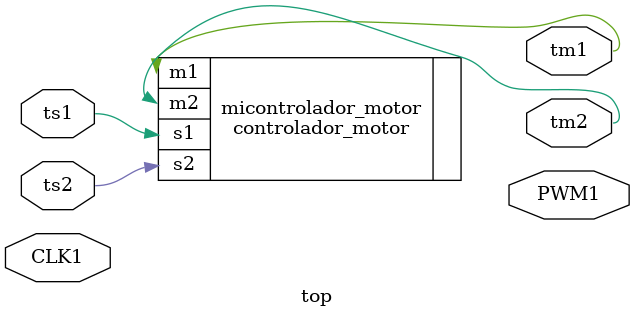
<source format=v>
`include "./controlador_motor.v"
`include "./pwm.v"
module top
(
  input wire ts1,
  input wire ts2,
  input wire CLK1,
  output wire tm1,
  output wire tm2,
  output wire PWM1
  
);
controlador_motor micontrolador_motor (
.s1 (ts1), 
.s2 (ts2),
.m1 (tm1),
.m2 (tm2)
);

pwm mipwm (
.CLK(CLK1),
.PWM(PWM1),
.PWM(PWM2)
);
endmodule

</source>
